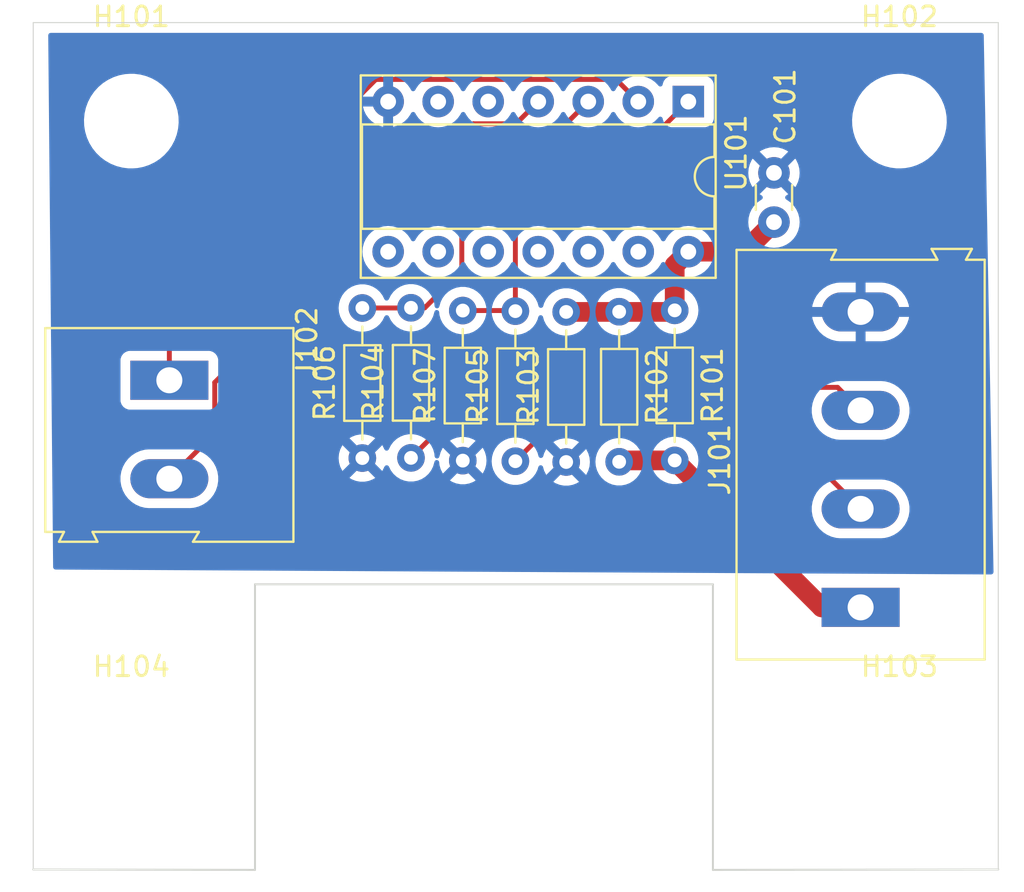
<source format=kicad_pcb>
(kicad_pcb (version 20221018) (generator pcbnew)
  (layers (0 "F.Cu" signal) (31 "B.Cu" signal) (34 "B.Paste" user) (35 "F.Paste" user) (36 "B.SilkS" user "B.Silkscreen") (37 "F.SilkS" user "F.Silkscreen") (38 "B.Mask" user) (39 "F.Mask" user) (44 "Edge.Cuts" user))
  (net 0 "")
  (net 1 "+6V")
  (net 2 "GND")
  (net 3 "/12V_IN")
  (net 4 "/ch_A-IN")
  (net 5 "/ch_B-IN")
  (net 6 "/ch_A-OUT")
  (net 7 "/ch_B-OUT")
  (net 8 "/SCHMITT_B_IN")
  (net 9 "/SCHMITT_A_IN")
  (footprint "Resistor_THT:R_Axial_DIN0204_L3.6mm_D1.6mm_P7.62mm_Horizontal" (layer "F.Cu") (at 223.06 74.59 -90)
    (fp_text reference "R101" (at 3.81 -1.92 90) (layer "F.SilkS"))
    (fp_text value "220")
    (fp_line (start 0.94 0) (end 1.89 0) (stroke (width 0.12)) (layer "F.SilkS"))
    (fp_line (start 1.89 -0.92) (end 1.89 0.92) (stroke (width 0.12)) (layer "F.SilkS"))
    (fp_line (start 1.89 0.92) (end 5.73 0.92) (stroke (width 0.12)) (layer "F.SilkS"))
    (fp_line (start 5.73 -0.92) (end 1.89 -0.92) (stroke (width 0.12)) (layer "F.SilkS"))
    (fp_line (start 5.73 0.92) (end 5.73 -0.92) (stroke (width 0.12)) (layer "F.SilkS"))
    (fp_line (start 6.68 0) (end 5.73 0) (stroke (width 0.12)) (layer "F.SilkS"))
    (pad "1" thru_hole circle (at 0 0 270) (size 1.4 1.4) (drill 0.7) (layers "*.Cu" "*.Mask") (net 1 "+6V"))
    (pad "2" thru_hole oval (at 7.62 0 270) (size 1.4 1.4) (drill 0.7) (layers "*.Cu" "*.Mask") (net 3 "/12V_IN"))
  )
  (footprint "TerminalBlock:TerminalBlock_Altech_AK300-4_P5.00mm" (layer "F.Cu") (at 232.5 89.67 90)
    (fp_text reference "J101" (at 7.5 -7.15 90) (layer "F.SilkS"))
    (fp_text value "Screw_Terminal_01x04")
    (fp_line (start -2.65 -6.3) (end 18.15 -6.3) (stroke (width 0.12)) (layer "F.SilkS"))
    (fp_line (start -2.65 6.3) (end -2.65 -6.3) (stroke (width 0.12)) (layer "F.SilkS"))
    (fp_line (start 17.65 -1.5) (end 17.65 3.9) (stroke (width 0.12)) (layer "F.SilkS"))
    (fp_line (start 17.65 3.9) (end 18.2 3.6) (stroke (width 0.12)) (layer "F.SilkS"))
    (fp_line (start 17.65 5.35) (end 17.65 6.3) (stroke (width 0.12)) (layer "F.SilkS"))
    (fp_line (start 17.65 6.3) (end -2.65 6.3) (stroke (width 0.12)) (layer "F.SilkS"))
    (fp_line (start 18.15 -6.3) (end 18.15 -1.25) (stroke (width 0.12)) (layer "F.SilkS"))
    (fp_line (start 18.15 -1.25) (end 17.65 -1.5) (stroke (width 0.12)) (layer "F.SilkS"))
    (fp_line (start 18.2 3.6) (end 18.2 5.65) (stroke (width 0.12)) (layer "F.SilkS"))
    (fp_line (start 18.2 5.65) (end 17.65 5.35) (stroke (width 0.12)) (layer "F.SilkS"))
    (pad "1" thru_hole rect (at 0 0 90) (size 1.98 3.96) (drill 1.32) (layers "*.Cu" "*.Mask") (net 3 "/12V_IN"))
    (pad "2" thru_hole oval (at 5 0 90) (size 1.98 3.96) (drill 1.32) (layers "*.Cu" "*.Mask") (net 4 "/ch_A-IN"))
    (pad "3" thru_hole oval (at 10 0 90) (size 1.98 3.96) (drill 1.32) (layers "*.Cu" "*.Mask") (net 5 "/ch_B-IN"))
    (pad "4" thru_hole oval (at 15 0 90) (size 1.98 3.96) (drill 1.32) (layers "*.Cu" "*.Mask") (net 2 "GND"))
  )
  (footprint "Capacitor_THT:C_Disc_D3.0mm_W1.6mm_P2.50mm" (layer "F.Cu") (at 228.1 70.11 90)
    (fp_text reference "C101" (at 5.87 0.57 90) (layer "F.SilkS"))
    (fp_text value "C")
    (fp_line (start 0.621 -0.92) (end 1.879 -0.92) (stroke (width 0.12)) (layer "F.SilkS"))
    (fp_line (start 0.621 0.92) (end 1.879 0.92) (stroke (width 0.12)) (layer "F.SilkS"))
    (pad "1" thru_hole circle (at 0 0 90) (size 1.6 1.6) (drill 0.8) (layers "*.Cu" "*.Mask") (net 1 "+6V"))
    (pad "2" thru_hole circle (at 2.5 0 90) (size 1.6 1.6) (drill 0.8) (layers "*.Cu" "*.Mask") (net 2 "GND"))
  )
  (footprint "Resistor_THT:R_Axial_DIN0204_L3.6mm_D1.6mm_P7.62mm_Horizontal" (layer "F.Cu") (at 214.97 82.25 90)
    (fp_text reference "R105" (at 3.81 -1.92 90) (layer "F.SilkS"))
    (fp_text value "50")
    (fp_line (start 0.94 0) (end 1.89 0) (stroke (width 0.12)) (layer "F.SilkS"))
    (fp_line (start 1.89 -0.92) (end 1.89 0.92) (stroke (width 0.12)) (layer "F.SilkS"))
    (fp_line (start 1.89 0.92) (end 5.73 0.92) (stroke (width 0.12)) (layer "F.SilkS"))
    (fp_line (start 5.73 -0.92) (end 1.89 -0.92) (stroke (width 0.12)) (layer "F.SilkS"))
    (fp_line (start 5.73 0.92) (end 5.73 -0.92) (stroke (width 0.12)) (layer "F.SilkS"))
    (fp_line (start 6.68 0) (end 5.73 0) (stroke (width 0.12)) (layer "F.SilkS"))
    (pad "1" thru_hole circle (at 0 0 90) (size 1.4 1.4) (drill 0.7) (layers "*.Cu" "*.Mask") (net 4 "/ch_A-IN"))
    (pad "2" thru_hole oval (at 7.62 0 90) (size 1.4 1.4) (drill 0.7) (layers "*.Cu" "*.Mask") (net 9 "/SCHMITT_A_IN"))
  )
  (footprint "MountingHole:MountingHole_4.3mm_M4" (layer "F.Cu") (at 234.47 64.98)
    (fp_text reference "H102" (at 0 -5.3) (layer "F.SilkS"))
    (fp_text value "MountingHole")
    (pad "" np_thru_hole circle (at 0 0) (size 4.3 4.3) (drill 4.3) (layers "*.Cu" "*.Mask"))
  )
  (footprint "Resistor_THT:R_Axial_DIN0204_L3.6mm_D1.6mm_P7.62mm_Horizontal" (layer "F.Cu") (at 217.55 82.29 90)
    (fp_text reference "R103" (at 3.81 -1.92 90) (layer "F.SilkS"))
    (fp_text value "100")
    (fp_line (start 0.94 0) (end 1.89 0) (stroke (width 0.12)) (layer "F.SilkS"))
    (fp_line (start 1.89 -0.92) (end 1.89 0.92) (stroke (width 0.12)) (layer "F.SilkS"))
    (fp_line (start 1.89 0.92) (end 5.73 0.92) (stroke (width 0.12)) (layer "F.SilkS"))
    (fp_line (start 5.73 -0.92) (end 1.89 -0.92) (stroke (width 0.12)) (layer "F.SilkS"))
    (fp_line (start 5.73 0.92) (end 5.73 -0.92) (stroke (width 0.12)) (layer "F.SilkS"))
    (fp_line (start 6.68 0) (end 5.73 0) (stroke (width 0.12)) (layer "F.SilkS"))
    (pad "1" thru_hole circle (at 0 0 90) (size 1.4 1.4) (drill 0.7) (layers "*.Cu" "*.Mask") (net 2 "GND"))
    (pad "2" thru_hole oval (at 7.62 0 90) (size 1.4 1.4) (drill 0.7) (layers "*.Cu" "*.Mask") (net 1 "+6V"))
  )
  (footprint "Package_DIP:DIP-14_W7.62mm_Socket" (layer "F.Cu") (at 223.75 63.99 -90)
    (fp_text reference "U101" (at 2.61 -2.435 90) (layer "F.SilkS"))
    (fp_text value "74HC14")
    (fp_line (start -1.33 -1.39) (end -1.33 16.63) (stroke (width 0.12)) (layer "F.SilkS"))
    (fp_line (start -1.33 16.63) (end 8.95 16.63) (stroke (width 0.12)) (layer "F.SilkS"))
    (fp_line (start 1.16 -1.33) (end 1.16 16.57) (stroke (width 0.12)) (layer "F.SilkS"))
    (fp_line (start 1.16 16.57) (end 6.46 16.57) (stroke (width 0.12)) (layer "F.SilkS"))
    (fp_line (start 2.81 -1.33) (end 1.16 -1.33) (stroke (width 0.12)) (layer "F.SilkS"))
    (fp_line (start 6.46 -1.33) (end 4.81 -1.33) (stroke (width 0.12)) (layer "F.SilkS"))
    (fp_line (start 6.46 16.57) (end 6.46 -1.33) (stroke (width 0.12)) (layer "F.SilkS"))
    (fp_line (start 8.95 -1.39) (end -1.33 -1.39) (stroke (width 0.12)) (layer "F.SilkS"))
    (fp_line (start 8.95 16.63) (end 8.95 -1.39) (stroke (width 0.12)) (layer "F.SilkS"))
    (fp_arc (start 4.81 -1.33) (mid 3.81 -0.33) (end 2.81 -1.33) (stroke (width 0.12)) (layer "F.SilkS"))
    (pad "1" thru_hole rect (at 0 0 270) (size 1.6 1.6) (drill 0.8) (layers "*.Cu" "*.Mask") (net 9 "/SCHMITT_A_IN"))
    (pad "2" thru_hole oval (at 0 2.54 270) (size 1.6 1.6) (drill 0.8) (layers "*.Cu" "*.Mask") (net 6 "/ch_A-OUT"))
    (pad "3" thru_hole oval (at 0 5.08 270) (size 1.6 1.6) (drill 0.8) (layers "*.Cu" "*.Mask") (net 8 "/SCHMITT_B_IN"))
    (pad "4" thru_hole oval (at 0 7.62 270) (size 1.6 1.6) (drill 0.8) (layers "*.Cu" "*.Mask") (net 7 "/ch_B-OUT"))
    (pad "5" thru_hole oval (at 0 10.16 270) (size 1.6 1.6) (drill 0.8) (layers "*.Cu" "*.Mask"))
    (pad "6" thru_hole oval (at 0 12.7 270) (size 1.6 1.6) (drill 0.8) (layers "*.Cu" "*.Mask"))
    (pad "7" thru_hole oval (at 0 15.24 270) (size 1.6 1.6) (drill 0.8) (layers "*.Cu" "*.Mask") (net 2 "GND"))
    (pad "8" thru_hole oval (at 7.62 15.24 270) (size 1.6 1.6) (drill 0.8) (layers "*.Cu" "*.Mask"))
    (pad "9" thru_hole oval (at 7.62 12.7 270) (size 1.6 1.6) (drill 0.8) (layers "*.Cu" "*.Mask"))
    (pad "10" thru_hole oval (at 7.62 10.16 270) (size 1.6 1.6) (drill 0.8) (layers "*.Cu" "*.Mask"))
    (pad "11" thru_hole oval (at 7.62 7.62 270) (size 1.6 1.6) (drill 0.8) (layers "*.Cu" "*.Mask"))
    (pad "12" thru_hole oval (at 7.62 5.08 270) (size 1.6 1.6) (drill 0.8) (layers "*.Cu" "*.Mask"))
    (pad "13" thru_hole oval (at 7.62 2.54 270) (size 1.6 1.6) (drill 0.8) (layers "*.Cu" "*.Mask"))
    (pad "14" thru_hole oval (at 7.62 0 270) (size 1.6 1.6) (drill 0.8) (layers "*.Cu" "*.Mask") (net 1 "+6V"))
  )
  (footprint "Resistor_THT:R_Axial_DIN0204_L3.6mm_D1.6mm_P7.62mm_Horizontal" (layer "F.Cu") (at 220.24 74.66 -90)
    (fp_text reference "R102" (at 3.81 -1.92 90) (layer "F.SilkS"))
    (fp_text value "100")
    (fp_line (start 0.94 0) (end 1.89 0) (stroke (width 0.12)) (layer "F.SilkS"))
    (fp_line (start 1.89 -0.92) (end 1.89 0.92) (stroke (width 0.12)) (layer "F.SilkS"))
    (fp_line (start 1.89 0.92) (end 5.73 0.92) (stroke (width 0.12)) (layer "F.SilkS"))
    (fp_line (start 5.73 -0.92) (end 1.89 -0.92) (stroke (width 0.12)) (layer "F.SilkS"))
    (fp_line (start 5.73 0.92) (end 5.73 -0.92) (stroke (width 0.12)) (layer "F.SilkS"))
    (fp_line (start 6.68 0) (end 5.73 0) (stroke (width 0.12)) (layer "F.SilkS"))
    (pad "1" thru_hole circle (at 0 0 270) (size 1.4 1.4) (drill 0.7) (layers "*.Cu" "*.Mask") (net 1 "+6V"))
    (pad "2" thru_hole oval (at 7.62 0 270) (size 1.4 1.4) (drill 0.7) (layers "*.Cu" "*.Mask") (net 3 "/12V_IN"))
  )
  (footprint "MountingHole:MountingHole_4.3mm_M4" (layer "F.Cu") (at 195.47 97.98)
    (fp_text reference "H104" (at 0 -5.3) (layer "F.SilkS"))
    (fp_text value "MountingHole")
    (pad "" np_thru_hole circle (at 0 0) (size 4.3 4.3) (drill 4.3) (layers "*.Cu" "*.Mask"))
  )
  (footprint "TerminalBlock:TerminalBlock_Altech_AK300-2_P5.00mm" (layer "F.Cu") (at 197.4 78.14 -90)
    (fp_text reference "J102" (at -1.92 -6.99 90) (layer "F.SilkS"))
    (fp_text value "Screw_Terminal_01x02")
    (fp_line (start -2.65 -6.3) (end -2.65 6.3) (stroke (width 0.12)) (layer "F.SilkS"))
    (fp_line (start -2.65 6.3) (end 7.7 6.3) (stroke (width 0.12)) (layer "F.SilkS"))
    (fp_line (start 7.7 -1.5) (end 8.2 -1.2) (stroke (width 0.12)) (layer "F.SilkS"))
    (fp_line (start 7.7 3.9) (end 7.7 -1.5) (stroke (width 0.12)) (layer "F.SilkS"))
    (fp_line (start 7.7 5.35) (end 8.2 5.6) (stroke (width 0.12)) (layer "F.SilkS"))
    (fp_line (start 7.7 6.3) (end 7.7 5.35) (stroke (width 0.12)) (layer "F.SilkS"))
    (fp_line (start 8.2 -6.3) (end -2.65 -6.3) (stroke (width 0.12)) (layer "F.SilkS"))
    (fp_line (start 8.2 -1.2) (end 8.2 -6.3) (stroke (width 0.12)) (layer "F.SilkS"))
    (fp_line (start 8.2 3.65) (end 7.7 3.9) (stroke (width 0.12)) (layer "F.SilkS"))
    (fp_line (start 8.2 3.7) (end 8.2 3.65) (stroke (width 0.12)) (layer "F.SilkS"))
    (fp_line (start 8.2 5.6) (end 8.2 3.7) (stroke (width 0.12)) (layer "F.SilkS"))
    (pad "1" thru_hole rect (at 0 0 270) (size 1.98 3.96) (drill 1.32) (layers "*.Cu" "*.Mask") (net 6 "/ch_A-OUT"))
    (pad "2" thru_hole oval (at 5 0 270) (size 1.98 3.96) (drill 1.32) (layers "*.Cu" "*.Mask") (net 7 "/ch_B-OUT"))
  )
  (footprint "Resistor_THT:R_Axial_DIN0204_L3.6mm_D1.6mm_P7.62mm_Horizontal" (layer "F.Cu") (at 209.67 82.08 90)
    (fp_text reference "R104" (at 3.81 -1.92 90) (layer "F.SilkS"))
    (fp_text value "50")
    (fp_line (start 0.94 0) (end 1.89 0) (stroke (width 0.12)) (layer "F.SilkS"))
    (fp_line (start 1.89 -0.92) (end 1.89 0.92) (stroke (width 0.12)) (layer "F.SilkS"))
    (fp_line (start 1.89 0.92) (end 5.73 0.92) (stroke (width 0.12)) (layer "F.SilkS"))
    (fp_line (start 5.73 -0.92) (end 1.89 -0.92) (stroke (width 0.12)) (layer "F.SilkS"))
    (fp_line (start 5.73 0.92) (end 5.73 -0.92) (stroke (width 0.12)) (layer "F.SilkS"))
    (fp_line (start 6.68 0) (end 5.73 0) (stroke (width 0.12)) (layer "F.SilkS"))
    (pad "1" thru_hole circle (at 0 0 90) (size 1.4 1.4) (drill 0.7) (layers "*.Cu" "*.Mask") (net 5 "/ch_B-IN"))
    (pad "2" thru_hole oval (at 7.62 0 90) (size 1.4 1.4) (drill 0.7) (layers "*.Cu" "*.Mask") (net 8 "/SCHMITT_B_IN"))
  )
  (footprint "MountingHole:MountingHole_4.3mm_M4" (layer "F.Cu") (at 234.47 97.98)
    (fp_text reference "H103" (at 0 -5.3) (layer "F.SilkS"))
    (fp_text value "MountingHole")
    (pad "" np_thru_hole circle (at 0 0) (size 4.3 4.3) (drill 4.3) (layers "*.Cu" "*.Mask"))
  )
  (footprint "Resistor_THT:R_Axial_DIN0204_L3.6mm_D1.6mm_P7.62mm_Horizontal" (layer "F.Cu") (at 212.3 82.22 90)
    (fp_text reference "R107" (at 3.81 -1.92 90) (layer "F.SilkS"))
    (fp_text value "220")
    (fp_line (start 0.94 0) (end 1.89 0) (stroke (width 0.12)) (layer "F.SilkS"))
    (fp_line (start 1.89 -0.92) (end 1.89 0.92) (stroke (width 0.12)) (layer "F.SilkS"))
    (fp_line (start 1.89 0.92) (end 5.73 0.92) (stroke (width 0.12)) (layer "F.SilkS"))
    (fp_line (start 5.73 -0.92) (end 1.89 -0.92) (stroke (width 0.12)) (layer "F.SilkS"))
    (fp_line (start 5.73 0.92) (end 5.73 -0.92) (stroke (width 0.12)) (layer "F.SilkS"))
    (fp_line (start 6.68 0) (end 5.73 0) (stroke (width 0.12)) (layer "F.SilkS"))
    (pad "1" thru_hole circle (at 0 0 90) (size 1.4 1.4) (drill 0.7) (layers "*.Cu" "*.Mask") (net 2 "GND"))
    (pad "2" thru_hole oval (at 7.62 0 90) (size 1.4 1.4) (drill 0.7) (layers "*.Cu" "*.Mask") (net 9 "/SCHMITT_A_IN"))
  )
  (footprint "Resistor_THT:R_Axial_DIN0204_L3.6mm_D1.6mm_P7.62mm_Horizontal" (layer "F.Cu") (at 207.2 82.09 90)
    (fp_text reference "R106" (at 3.81 -1.92 90) (layer "F.SilkS"))
    (fp_text value "220")
    (fp_line (start 0.94 0) (end 1.89 0) (stroke (width 0.12)) (layer "F.SilkS"))
    (fp_line (start 1.89 -0.92) (end 1.89 0.92) (stroke (width 0.12)) (layer "F.SilkS"))
    (fp_line (start 1.89 0.92) (end 5.73 0.92) (stroke (width 0.12)) (layer "F.SilkS"))
    (fp_line (start 5.73 -0.92) (end 1.89 -0.92) (stroke (width 0.12)) (layer "F.SilkS"))
    (fp_line (start 5.73 0.92) (end 5.73 -0.92) (stroke (width 0.12)) (layer "F.SilkS"))
    (fp_line (start 6.68 0) (end 5.73 0) (stroke (width 0.12)) (layer "F.SilkS"))
    (pad "1" thru_hole circle (at 0 0 90) (size 1.4 1.4) (drill 0.7) (layers "*.Cu" "*.Mask") (net 2 "GND"))
    (pad "2" thru_hole oval (at 7.62 0 90) (size 1.4 1.4) (drill 0.7) (layers "*.Cu" "*.Mask") (net 8 "/SCHMITT_B_IN"))
  )
  (footprint "MountingHole:MountingHole_4.3mm_M4" (layer "F.Cu") (at 195.47 64.98)
    (fp_text reference "H101" (at 0 -5.3) (layer "F.SilkS"))
    (fp_text value "MountingHole")
    (pad "" np_thru_hole circle (at 0 0) (size 4.3 4.3) (drill 4.3) (layers "*.Cu" "*.Mask"))
  )
  (gr_line (start 239.49 59.98) (end 239.49 102.98) (stroke (width 0.05)) (layer "Edge.Cuts"))
  (gr_line (start 225 103) (end 225 88.5) (stroke (width 0.1)) (layer "Edge.Cuts"))
  (gr_line (start 190.49 102.98) (end 190.49 59.98) (stroke (width 0.05)) (layer "Edge.Cuts"))
  (gr_line (start 201.75 103) (end 201.75 88.5) (stroke (width 0.1)) (layer "Edge.Cuts"))
  (gr_line (start 201.75 88.5) (end 225 88.5) (stroke (width 0.1)) (layer "Edge.Cuts"))
  (gr_line (start 190.49 102.98) (end 201.75 103) (stroke (width 0.1)) (layer "Edge.Cuts"))
  (gr_line locked (start 239.49 102.98) (end 225 103) (stroke (width 0.1)) (layer "Edge.Cuts"))
  (gr_line (start 190.49 59.98) (end 239.49 59.98) (stroke (width 0.05)) (layer "Edge.Cuts"))
  (segment (start 217.55 74.67) (end 222.98 74.67) (width 1) (layer "F.Cu") (net 1))
  (segment (start 226.6 71.61) (end 228.1 70.11) (width 1) (layer "F.Cu") (net 1))
  (segment (start 223.06 74.59) (end 223.06 72.3) (width 1) (layer "F.Cu") (net 1))
  (segment (start 222.98 74.67) (end 223.06 74.59) (width 1) (layer "F.Cu") (net 1))
  (segment (start 223.75 71.61) (end 226.6 71.61) (width 1) (layer "F.Cu") (net 1))
  (segment (start 223.06 72.3) (end 223.75 71.61) (width 1) (layer "F.Cu") (net 1))
  (segment (start 220.31 82.21) (end 220.24 82.28) (width 1) (layer "F.Cu") (net 3))
  (segment (start 223.06 82.21) (end 220.31 82.21) (width 1) (layer "F.Cu") (net 3))
  (segment (start 232.5 89.67) (end 230.52 89.67) (width 1) (layer "F.Cu") (net 3))
  (segment (start 230.52 89.67) (end 223.06 82.21) (width 1) (layer "F.Cu") (net 3))
  (segment (start 216.75 80.47) (end 214.97 82.25) (width 0.25) (layer "F.Cu") (net 4))
  (segment (start 227.83 80) (end 216.75 80) (width 0.25) (layer "F.Cu") (net 4))
  (segment (start 232.5 84.67) (end 227.83 80) (width 0.25) (layer "F.Cu") (net 4))
  (segment (start 216.75 80) (end 216.75 80.47) (width 0.25) (layer "F.Cu") (net 4))
  (segment (start 212 79.75) (end 209.67 82.08) (width 0.25) (layer "F.Cu") (net 5))
  (segment (start 212 78.5) (end 212 79.75) (width 0.25) (layer "F.Cu") (net 5))
  (segment (start 232.5 79.67) (end 231.33 78.5) (width 0.25) (layer "F.Cu") (net 5))
  (segment (start 231.33 78.5) (end 212 78.5) (width 0.25) (layer "F.Cu") (net 5))
  (segment (start 207.885 62.865) (end 197.4 73.35) (width 0.25) (layer "F.Cu") (net 6))
  (segment (start 197.4 73.35) (end 197.4 78.14) (width 0.25) (layer "F.Cu") (net 6))
  (segment (start 220.085 62.865) (end 207.885 62.865) (width 0.25) (layer "F.Cu") (net 6))
  (segment (start 221.21 63.99) (end 220.085 62.865) (width 0.25) (layer "F.Cu") (net 6))
  (segment (start 199.705 80.835) (end 197.4 83.14) (width 0.25) (layer "F.Cu") (net 7))
  (segment (start 216.13 63.99) (end 215.005 65.115) (width 0.25) (layer "F.Cu") (net 7))
  (segment (start 199.705 78.25) (end 199.705 80.835) (width 0.25) (layer "F.Cu") (net 7))
  (segment (start 212.84 65.115) (end 199.705 78.25) (width 0.25) (layer "F.Cu") (net 7))
  (segment (start 215.005 65.115) (end 212.84 65.115) (width 0.25) (layer "F.Cu") (net 7))
  (segment (start 209.67 74.46) (end 210.37 74.46) (width 0.25) (layer "F.Cu") (net 8))
  (segment (start 207.2 74.47) (end 209.66 74.47) (width 0.25) (layer "F.Cu") (net 8))
  (segment (start 210.37 74.46) (end 212.25 72.58) (width 0.25) (layer "F.Cu") (net 8))
  (segment (start 212.25 72.58) (end 212.25 70.41) (width 0.25) (layer "F.Cu") (net 8))
  (segment (start 212.25 70.41) (end 218.67 63.99) (width 0.25) (layer "F.Cu") (net 8))
  (segment (start 209.66 74.47) (end 209.67 74.46) (width 0.25) (layer "F.Cu") (net 8))
  (segment (start 214.97 69.97) (end 214.97 74.63) (width 0.25) (layer "F.Cu") (net 9))
  (segment (start 215.44 69.5) (end 214.97 69.97) (width 0.25) (layer "F.Cu") (net 9))
  (segment (start 214.94 74.6) (end 214.97 74.63) (width 0.25) (layer "F.Cu") (net 9))
  (segment (start 218.24 69.5) (end 215.44 69.5) (width 0.25) (layer "F.Cu") (net 9))
  (segment (start 212.3 74.6) (end 214.94 74.6) (width 0.25) (layer "F.Cu") (net 9))
  (segment (start 223.75 63.99) (end 218.24 69.5) (width 0.25) (layer "F.Cu") (net 9))
  (zone (net 2) (net_name "GND") (layer "B.Cu") (connect_pads (clearance 0.5)) (min_thickness 0.25) (fill yes (thermal_gap 0.5) (thermal_bridge_width 0.5))
    (polygon (pts (xy 191.25 60.5) (xy 238.75 60.5) (xy 239.25 88) (xy 191.5 87.75)))
  )
)
</source>
